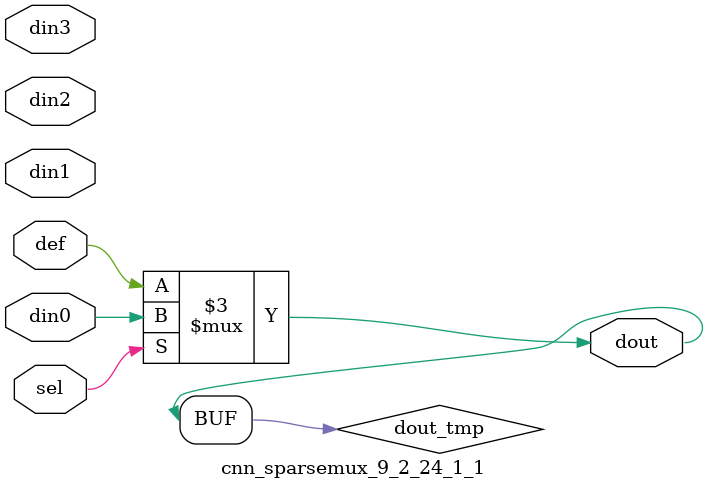
<source format=v>
`timescale 1ns / 1ps

module cnn_sparsemux_9_2_24_1_1 (din0,din1,din2,din3,def,sel,dout);

parameter din0_WIDTH = 1;

parameter din1_WIDTH = 1;

parameter din2_WIDTH = 1;

parameter din3_WIDTH = 1;

parameter def_WIDTH = 1;
parameter sel_WIDTH = 1;
parameter dout_WIDTH = 1;

parameter [sel_WIDTH-1:0] CASE0 = 1;

parameter [sel_WIDTH-1:0] CASE1 = 1;

parameter [sel_WIDTH-1:0] CASE2 = 1;

parameter [sel_WIDTH-1:0] CASE3 = 1;

parameter ID = 1;
parameter NUM_STAGE = 1;



input [din0_WIDTH-1:0] din0;

input [din1_WIDTH-1:0] din1;

input [din2_WIDTH-1:0] din2;

input [din3_WIDTH-1:0] din3;

input [def_WIDTH-1:0] def;
input [sel_WIDTH-1:0] sel;

output [dout_WIDTH-1:0] dout;



reg [dout_WIDTH-1:0] dout_tmp;

always @ (*) begin
case (sel)
    
    CASE0 : dout_tmp = din0;
    
    CASE1 : dout_tmp = din1;
    
    CASE2 : dout_tmp = din2;
    
    CASE3 : dout_tmp = din3;
    
    default : dout_tmp = def;
endcase
end


assign dout = dout_tmp;



endmodule

</source>
